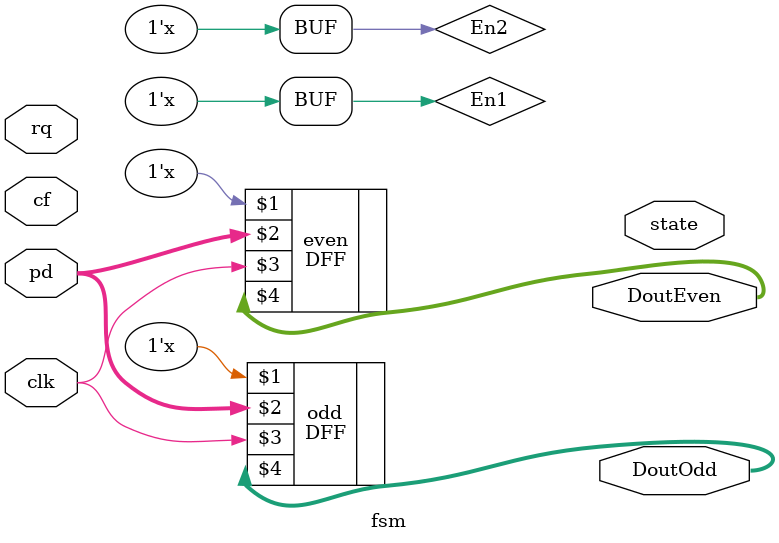
<source format=v>
`timescale 1ns / 1ps
module fsm(cf, pd, rq, clk, DoutOdd, DoutEven, state);
	input cf, rq, clk;
	input [0:3] pd;
	output [0:3] DoutOdd;
	output [0:3] DoutEven;
	output reg [0:2] state;
	reg En1, En2;
	
	
	parameter off = 3'b000;
	parameter active = 3'b001;
	parameter request = 3'b101;
	parameter tale = 3'b111;
	parameter save = 3'b110;
	parameter password = 4'b1101;
	
	
	initial state = off;
	
	always @(cf or rq) begin
		case (state)
			off:
				if (rq == 1)
					state <= active;
			active:
				if (rq == 0)
					state <= off;
				else if (pd == password)
					state <= request;
				else
					state <= tale;
			request:
				if (rq == 0)
					state <= off;
				else begin
					state <= save;
					En2 = pd % 2;
					En1 = ~En2;
				end
			tale:
				if (rq == 0)
					state <= off;
			save:
				if (rq == 0)
					state <= off;
		endcase
	end
	
	DFF even(En1, pd, clk, DoutEven);
	DFF odd(En2, pd, clk, DoutOdd);
	
endmodule

</source>
